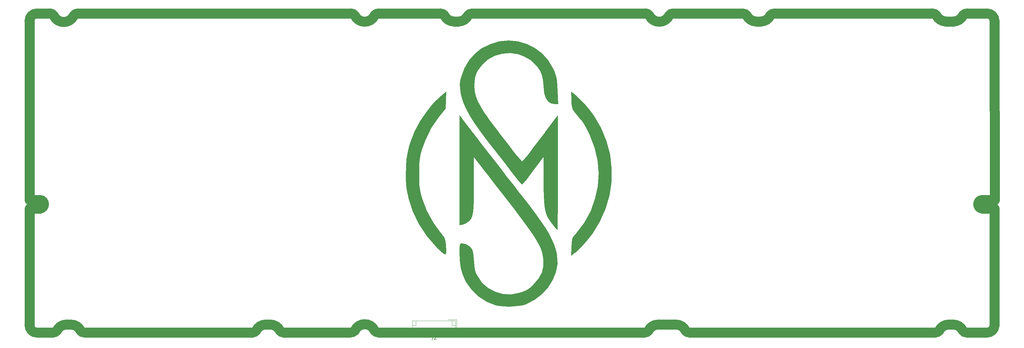
<source format=gbr>
%TF.GenerationSoftware,KiCad,Pcbnew,8.99.0-2230-g1cc11bc589*%
%TF.CreationDate,2024-09-07T17:33:40+07:00*%
%TF.ProjectId,Azimuth_PCB,417a696d-7574-4685-9f50-43422e6b6963,rev?*%
%TF.SameCoordinates,Original*%
%TF.FileFunction,Legend,Top*%
%TF.FilePolarity,Positive*%
%FSLAX46Y46*%
G04 Gerber Fmt 4.6, Leading zero omitted, Abs format (unit mm)*
G04 Created by KiCad (PCBNEW 8.99.0-2230-g1cc11bc589) date 2024-09-07 17:33:40*
%MOMM*%
%LPD*%
G01*
G04 APERTURE LIST*
%ADD10C,3.000000*%
%ADD11C,0.500000*%
%ADD12C,0.150000*%
%ADD13C,0.000000*%
%ADD14C,0.120000*%
G04 APERTURE END LIST*
D10*
X419268101Y-418797100D02*
G75*
G02*
X418094201Y-418221922I-200J1485105D01*
G01*
X232601710Y-418211987D02*
G75*
G02*
X235446496Y-416416939I2840932J-1350571D01*
G01*
X443104490Y-325184900D02*
G75*
G02*
X444278100Y-324609995I1173481J-910188D01*
G01*
X327584024Y-418796987D02*
G75*
G02*
X326334905Y-418198283I115070J1842492D01*
G01*
X407119664Y-418222143D02*
G75*
G02*
X409964450Y-416427094I2841061J-1350775D01*
G01*
X499940841Y-325171892D02*
G75*
G02*
X501114451Y-324596987I1173436J-910095D01*
G01*
X327584024Y-418796987D02*
X405946054Y-418797048D01*
X407119664Y-418222143D02*
G75*
G02*
X405946054Y-418797049I-1173471J910165D01*
G01*
X443104490Y-325184900D02*
G75*
G02*
X440259704Y-326979950I-2840901J1350520D01*
G01*
X353920506Y-325185098D02*
G75*
G02*
X351075720Y-326980147I-2841024J1350715D01*
G01*
X327455461Y-324607341D02*
X345738100Y-324599995D01*
X295569385Y-416419792D02*
G75*
G02*
X298414170Y-418214841I3683J-3145889D01*
G01*
X492881616Y-418211997D02*
G75*
G02*
X491708005Y-418786902I-1173483J910190D01*
G01*
X444278100Y-324609995D02*
X490878100Y-324586409D01*
X237583860Y-325266987D02*
G75*
G02*
X238791301Y-324596995I1187985J-717950D01*
G01*
X326346680Y-325191987D02*
G75*
G02*
X327455461Y-324607341I1098153J-738923D01*
G01*
X419268100Y-418796987D02*
X491708005Y-418786902D01*
X224521860Y-379653507D02*
X224521860Y-326793617D01*
X224521860Y-379653507D02*
X227558100Y-379653507D01*
X509221860Y-416609995D02*
X509221860Y-382152867D01*
X492881616Y-418211997D02*
G75*
G02*
X495726402Y-416416948I2841067J-1350784D01*
G01*
X236765394Y-416426887D02*
G75*
G02*
X239610179Y-418221936I3677J-3145898D01*
G01*
X291405701Y-418204892D02*
G75*
G02*
X290232091Y-418779797I-1173498J910221D01*
G01*
X406265905Y-324597537D02*
G75*
G02*
X407353800Y-325176672I20J-1311326D01*
G01*
X226771886Y-324601987D02*
X230502061Y-324596989D01*
X353920506Y-325185098D02*
G75*
G02*
X355094116Y-324610193I1173479J-910182D01*
G01*
X495726402Y-416416948D02*
X497045300Y-416426782D01*
X232601710Y-418211987D02*
G75*
G02*
X231428100Y-418786892I-1173472J910168D01*
G01*
X349756822Y-326970198D02*
X351075720Y-326980147D01*
X494896822Y-326956992D02*
G75*
G02*
X492052036Y-325161943I-3741J3145799D01*
G01*
D11*
X320451437Y-418231277D02*
X320451969Y-418231556D01*
D10*
X414357362Y-324607664D02*
X434922084Y-324599797D01*
X294250487Y-416409843D02*
X295569385Y-416419792D01*
X413263860Y-325186987D02*
G75*
G02*
X414357362Y-324607664I1088119J-732199D01*
G01*
X509221860Y-416609995D02*
G75*
G02*
X506971776Y-418801988I-2220995J29001D01*
G01*
X299588100Y-418789995D02*
X319035065Y-418786905D01*
X224521860Y-382152867D02*
X227570943Y-382152867D01*
X505662892Y-382152867D02*
G75*
G02*
X505631644Y-379653563I-18J1249847D01*
G01*
X226725339Y-418802109D02*
G75*
G02*
X224521859Y-416549367I17351J2220990D01*
G01*
X240784010Y-418797033D02*
G75*
G02*
X239610179Y-418221936I-226J1485041D01*
G01*
X438940806Y-326970000D02*
G75*
G02*
X436096020Y-325174951I-3659J3145929D01*
G01*
X240784010Y-418796768D02*
X272250250Y-418792374D01*
X299588100Y-418789995D02*
G75*
G02*
X298414171Y-418214841I-244J1485115D01*
G01*
X237583860Y-325266987D02*
G75*
G02*
X231673924Y-325256982I-2952600J1403855D01*
G01*
X320513860Y-418186987D02*
G75*
G02*
X319035065Y-418786905I-1364947J1242016D01*
G01*
X345738100Y-324599995D02*
G75*
G02*
X346912035Y-325175150I223J-1485169D01*
G01*
X494896822Y-326956992D02*
X497096055Y-326966941D01*
X349756822Y-326970198D02*
G75*
G02*
X346912035Y-325175149I-3739J3145803D01*
G01*
X509221859Y-326849134D02*
X509253860Y-379646987D01*
X224521860Y-416549367D02*
X224521860Y-382152867D01*
X507033862Y-324602039D02*
G75*
G02*
X509221858Y-326849134I-32965J-2220871D01*
G01*
X497045300Y-416426782D02*
G75*
G02*
X499890186Y-418221890I3678J-3146011D01*
G01*
X227558100Y-379653507D02*
G75*
G02*
X227570943Y-382152867I-24J-1249713D01*
G01*
X434922084Y-324599797D02*
G75*
G02*
X436096019Y-325174952I267J-1485079D01*
G01*
X226725339Y-418802109D02*
X231428100Y-418786892D01*
X230502061Y-324596989D02*
G75*
G02*
X231673853Y-325257021I1876J-1366860D01*
G01*
X499940841Y-325171892D02*
G75*
G02*
X497096055Y-326966941I-2841150J1350915D01*
G01*
X355094116Y-324610193D02*
X406265905Y-324597537D01*
X409964450Y-416427094D02*
X415249384Y-416426897D01*
X413263860Y-325186987D02*
G75*
G02*
X407353143Y-325177022I-2953000J1404099D01*
G01*
X415249384Y-416426897D02*
G75*
G02*
X418094169Y-418221946I3683J-3145889D01*
G01*
X320513860Y-418186987D02*
G75*
G02*
X326334906Y-418198282I2908000J-1305902D01*
G01*
X291405701Y-418204892D02*
G75*
G02*
X294250487Y-416409843I2841028J-1350723D01*
G01*
X505631644Y-379653564D02*
X509253860Y-379646987D01*
X326346680Y-325191987D02*
G75*
G02*
X320482433Y-325186468I-2930820J1388099D01*
G01*
X224521860Y-326793617D02*
G75*
G02*
X226771886Y-324601987I2220785J-29154D01*
G01*
X319394009Y-324606987D02*
G75*
G02*
X320481961Y-325186718I-84J-1310876D01*
G01*
X235446496Y-416416938D02*
X236765394Y-416426887D01*
X505662892Y-382152867D02*
X509221860Y-382152867D01*
X272250250Y-418792374D02*
X290232091Y-418779797D01*
X238791301Y-324596995D02*
X319394009Y-324606987D01*
X490878100Y-324586789D02*
G75*
G02*
X492052036Y-325161943I261J-1485092D01*
G01*
X501064016Y-418796987D02*
G75*
G02*
X499890186Y-418221890I-285J1484920D01*
G01*
X501114451Y-324596987D02*
X507033862Y-324602039D01*
X501064016Y-418797038D02*
X506971776Y-418801987D01*
X438940806Y-326970000D02*
X440259704Y-326979949D01*
D12*
X343506666Y-419814819D02*
X343506666Y-420529104D01*
X343506666Y-420529104D02*
X343459047Y-420671961D01*
X343459047Y-420671961D02*
X343363809Y-420767200D01*
X343363809Y-420767200D02*
X343220952Y-420814819D01*
X343220952Y-420814819D02*
X343125714Y-420814819D01*
X343935238Y-419910057D02*
X343982857Y-419862438D01*
X343982857Y-419862438D02*
X344078095Y-419814819D01*
X344078095Y-419814819D02*
X344316190Y-419814819D01*
X344316190Y-419814819D02*
X344411428Y-419862438D01*
X344411428Y-419862438D02*
X344459047Y-419910057D01*
X344459047Y-419910057D02*
X344506666Y-420005295D01*
X344506666Y-420005295D02*
X344506666Y-420100533D01*
X344506666Y-420100533D02*
X344459047Y-420243390D01*
X344459047Y-420243390D02*
X343887619Y-420814819D01*
X343887619Y-420814819D02*
X344506666Y-420814819D01*
D13*
%TO.C,G\u002A\u002A\u002A*%
G36*
X353188002Y-356970998D02*
G01*
X353983951Y-358019024D01*
X354656464Y-358898724D01*
X355112774Y-359489049D01*
X355243841Y-359653571D01*
X355492322Y-359968762D01*
X356056075Y-360694078D01*
X356881587Y-361760338D01*
X357915343Y-363098363D01*
X359103831Y-364638972D01*
X360038840Y-365852381D01*
X361625495Y-367907852D01*
X363450935Y-370265152D01*
X365380290Y-372750588D01*
X367278688Y-375190470D01*
X369011258Y-377411108D01*
X369430823Y-377947619D01*
X371759116Y-380952986D01*
X373722060Y-383560408D01*
X375353195Y-385826503D01*
X376686058Y-387807887D01*
X377754186Y-389561178D01*
X378591119Y-391142994D01*
X379230392Y-392609952D01*
X379705545Y-394018670D01*
X380050116Y-395425764D01*
X380172994Y-396082184D01*
X380293834Y-398513967D01*
X379863214Y-400943782D01*
X378929827Y-403295143D01*
X377542366Y-405491564D01*
X375749524Y-407456558D01*
X373599994Y-409113640D01*
X371142470Y-410386324D01*
X371040476Y-410427348D01*
X369759649Y-410775594D01*
X368087834Y-411005650D01*
X366228543Y-411110260D01*
X364385287Y-411082167D01*
X362761580Y-410914115D01*
X362000686Y-410749674D01*
X359394673Y-409720547D01*
X357030216Y-408197897D01*
X355003826Y-406262416D01*
X353412016Y-403994797D01*
X353026256Y-403246244D01*
X352246703Y-401373388D01*
X351741658Y-399544545D01*
X351468781Y-397550554D01*
X351385731Y-395182255D01*
X351385714Y-395142061D01*
X351391630Y-393865629D01*
X351431870Y-393076682D01*
X351540168Y-392657943D01*
X351750261Y-392492133D01*
X352095884Y-392461977D01*
X352156682Y-392461904D01*
X353333469Y-392709239D01*
X354412903Y-393351754D01*
X355123852Y-394205713D01*
X355329680Y-394880606D01*
X355513132Y-395964874D01*
X355643984Y-397263182D01*
X355672778Y-397753571D01*
X355771621Y-399211752D01*
X355940583Y-400279972D01*
X356229272Y-401172683D01*
X356673297Y-402078693D01*
X358094611Y-404092076D01*
X359886016Y-405667425D01*
X361971531Y-406775060D01*
X364275173Y-407385302D01*
X366720959Y-407468471D01*
X369232906Y-406994889D01*
X369247792Y-406990377D01*
X370430019Y-406589969D01*
X371338165Y-406144639D01*
X372184582Y-405521585D01*
X373181623Y-404588004D01*
X373337661Y-404432620D01*
X374773467Y-402756983D01*
X375674037Y-401076778D01*
X376092710Y-399248457D01*
X376082825Y-397128471D01*
X376076686Y-397061224D01*
X375949164Y-396073827D01*
X375735555Y-395104879D01*
X375405441Y-394104538D01*
X374928403Y-393022961D01*
X374274023Y-391810305D01*
X373411882Y-390416729D01*
X372311563Y-388792388D01*
X370942647Y-386887441D01*
X369274716Y-384652046D01*
X367277351Y-382036358D01*
X365519129Y-379761904D01*
X363955953Y-377746971D01*
X362415644Y-375761385D01*
X360963150Y-373888879D01*
X359663418Y-372213185D01*
X358581395Y-370818033D01*
X357782028Y-369787157D01*
X357578016Y-369523996D01*
X355619047Y-366996802D01*
X355619047Y-375203351D01*
X355613593Y-377854628D01*
X355590212Y-379974114D01*
X355538378Y-381634732D01*
X355447564Y-382909408D01*
X355307244Y-383871066D01*
X355106891Y-384592630D01*
X354835977Y-385147027D01*
X354483978Y-385607180D01*
X354055981Y-386031657D01*
X353210169Y-386587507D01*
X352353915Y-386901002D01*
X351385714Y-387094642D01*
X351385714Y-370842725D01*
X351385714Y-354590807D01*
X353188002Y-356970998D01*
G37*
G36*
X347412317Y-350165017D02*
G01*
X347303571Y-352723840D01*
X345398637Y-355091427D01*
X343105692Y-358419066D01*
X341282302Y-362105972D01*
X340303955Y-364860015D01*
X339975138Y-366013311D01*
X339749422Y-367028116D01*
X339608027Y-368068908D01*
X339532177Y-369300170D01*
X339503092Y-370886382D01*
X339500216Y-371900000D01*
X339512220Y-373729682D01*
X339560961Y-375120262D01*
X339665532Y-376237141D01*
X339845026Y-377245721D01*
X340118534Y-378311404D01*
X340318747Y-378991031D01*
X341753181Y-382752856D01*
X343698749Y-386326609D01*
X345473424Y-388823164D01*
X346319469Y-389906251D01*
X346857708Y-390693474D01*
X347165208Y-391355459D01*
X347319036Y-392062829D01*
X347396258Y-392986208D01*
X347402577Y-393094283D01*
X347470513Y-394465864D01*
X347445034Y-395340239D01*
X347263452Y-395730737D01*
X346863074Y-395650685D01*
X346181213Y-395113413D01*
X345155176Y-394132247D01*
X344687956Y-393671428D01*
X341796336Y-390415643D01*
X339439966Y-386882564D01*
X337604774Y-383047851D01*
X336383712Y-379305760D01*
X336026194Y-377825918D01*
X335789167Y-376494702D01*
X335648621Y-375103973D01*
X335580545Y-373445592D01*
X335564272Y-372202381D01*
X335595122Y-369768403D01*
X335743876Y-367717082D01*
X336041059Y-365832659D01*
X336517200Y-363899376D01*
X336933329Y-362526190D01*
X338117242Y-359507763D01*
X339706648Y-356488519D01*
X341604150Y-353613207D01*
X343712352Y-351026578D01*
X345933858Y-348873381D01*
X346346343Y-348536589D01*
X347521063Y-347606194D01*
X347412317Y-350165017D01*
G37*
G36*
X385516375Y-348586263D02*
G01*
X386809568Y-349742284D01*
X388246589Y-351241484D01*
X389666332Y-352904787D01*
X390907693Y-354553114D01*
X390984414Y-354664285D01*
X393136597Y-358320322D01*
X394738034Y-362167275D01*
X395789111Y-366148692D01*
X396290215Y-370208121D01*
X396241732Y-374289110D01*
X395644047Y-378335208D01*
X394497547Y-382289962D01*
X392802617Y-386096923D01*
X390746641Y-389438095D01*
X389085039Y-391600248D01*
X387332271Y-393547352D01*
X385637336Y-395115424D01*
X385453656Y-395263410D01*
X384278936Y-396193806D01*
X384387682Y-393602473D01*
X384452481Y-392333888D01*
X384560807Y-391480788D01*
X384777342Y-390854269D01*
X385166770Y-390265424D01*
X385777259Y-389544261D01*
X388182314Y-386348795D01*
X390052437Y-382916001D01*
X391382774Y-379299681D01*
X392168471Y-375553633D01*
X392404674Y-371731658D01*
X392086528Y-367887555D01*
X391209179Y-364075124D01*
X389767774Y-360348164D01*
X388610619Y-358141666D01*
X388022876Y-357167073D01*
X387504364Y-356373491D01*
X387175091Y-355941904D01*
X386781064Y-355505396D01*
X386161820Y-354779401D01*
X385644455Y-354155720D01*
X385081137Y-353435009D01*
X384732764Y-352831361D01*
X384538825Y-352153378D01*
X384438806Y-351209663D01*
X384387682Y-350180603D01*
X384278936Y-347606194D01*
X385516375Y-348586263D01*
G37*
G36*
X368566288Y-332822814D02*
G01*
X371164189Y-333558836D01*
X373585884Y-334761859D01*
X375761276Y-336410206D01*
X377620271Y-338482200D01*
X379092773Y-340956163D01*
X379401908Y-341658277D01*
X379758885Y-342607939D01*
X380005810Y-343516654D01*
X380169438Y-344549112D01*
X380276524Y-345870005D01*
X380348150Y-347482738D01*
X380485794Y-351338095D01*
X379708315Y-351338095D01*
X378452057Y-351159245D01*
X377502139Y-350590721D01*
X376825471Y-349584566D01*
X376388966Y-348092821D01*
X376168203Y-346207104D01*
X375980554Y-344286619D01*
X375661899Y-342798524D01*
X375151478Y-341574539D01*
X374388528Y-340446387D01*
X373868565Y-339838147D01*
X372252364Y-338333088D01*
X370461442Y-337273515D01*
X368754803Y-336654430D01*
X366445394Y-336276279D01*
X364126522Y-336432139D01*
X361899511Y-337076970D01*
X359865683Y-338165731D01*
X358126363Y-339653382D01*
X356782874Y-341494884D01*
X356469477Y-342115476D01*
X356056017Y-343222503D01*
X355849149Y-344389202D01*
X355801849Y-345881848D01*
X355801981Y-345895238D01*
X355908519Y-347494936D01*
X356228856Y-348988597D01*
X356815605Y-350518528D01*
X357721379Y-352227035D01*
X358757645Y-353889557D01*
X359314279Y-354700183D01*
X360124511Y-355823434D01*
X361132097Y-357186375D01*
X362280793Y-358716069D01*
X363514358Y-360339580D01*
X364776547Y-361983972D01*
X366011117Y-363576309D01*
X367161824Y-365043654D01*
X368172427Y-366313071D01*
X368986680Y-367311625D01*
X369548341Y-367966379D01*
X369795176Y-368203002D01*
X369947574Y-368148639D01*
X370232189Y-367889305D01*
X370680673Y-367385185D01*
X371324676Y-366596461D01*
X372195849Y-365483317D01*
X373325843Y-364005938D01*
X374746311Y-362124506D01*
X376488902Y-359799205D01*
X376698354Y-359518974D01*
X380414285Y-354546282D01*
X380414285Y-371538617D01*
X380412304Y-374681417D01*
X380406603Y-377635823D01*
X380397546Y-380347830D01*
X380385500Y-382763435D01*
X380370828Y-384828633D01*
X380353895Y-386489423D01*
X380335065Y-387691798D01*
X380314705Y-388381758D01*
X380299520Y-388530952D01*
X380063512Y-388315608D01*
X379577386Y-387761127D01*
X379154665Y-387245833D01*
X378316379Y-386160201D01*
X377651387Y-385168207D01*
X377139837Y-384180660D01*
X376761880Y-383108371D01*
X376497665Y-381862149D01*
X376327340Y-380352804D01*
X376231055Y-378491146D01*
X376188959Y-376187984D01*
X376180952Y-373884805D01*
X376180952Y-366925241D01*
X373174145Y-371000120D01*
X372159586Y-372351780D01*
X371254493Y-373513909D01*
X370524266Y-374405966D01*
X370034305Y-374947410D01*
X369865260Y-375075000D01*
X369586633Y-374846966D01*
X369014037Y-374217407D01*
X368216988Y-373268135D01*
X367265003Y-372080961D01*
X366653550Y-371295238D01*
X365403404Y-369674201D01*
X364044711Y-367917307D01*
X362726971Y-366217587D01*
X361599679Y-364768072D01*
X361420172Y-364537918D01*
X359124586Y-361551899D01*
X357206916Y-358951494D01*
X355633488Y-356679229D01*
X354370625Y-354677626D01*
X353384654Y-352889211D01*
X352641898Y-351256508D01*
X352108682Y-349722040D01*
X351751332Y-348228332D01*
X351701585Y-347950549D01*
X351507240Y-346641088D01*
X351459426Y-345648547D01*
X351565015Y-344701429D01*
X351811564Y-343604843D01*
X352807088Y-340776829D01*
X354273470Y-338301947D01*
X356185510Y-336216391D01*
X357814532Y-334982287D01*
X360416303Y-333633530D01*
X363122249Y-332838484D01*
X365862277Y-332575471D01*
X368566288Y-332822814D01*
G37*
D14*
%TO.C,J2*%
X337480000Y-415250000D02*
X337480000Y-419270000D01*
X337480000Y-416750000D02*
X338480000Y-416750000D01*
X337480000Y-419270000D02*
X350200000Y-419270000D01*
X337980000Y-417560000D02*
X337480000Y-417560000D01*
X337980000Y-418770000D02*
X337980000Y-417560000D01*
X338480000Y-416750000D02*
X338480000Y-415250000D01*
X349200000Y-416750000D02*
X349200000Y-415250000D01*
X349700000Y-417560000D02*
X349700000Y-418770000D01*
X349700000Y-418770000D02*
X337980000Y-418770000D01*
X350200000Y-415250000D02*
X337480000Y-415250000D01*
X350200000Y-416750000D02*
X349200000Y-416750000D01*
X350200000Y-417560000D02*
X349700000Y-417560000D01*
X350200000Y-419270000D02*
X350200000Y-415250000D01*
X350500000Y-414950000D02*
X348000000Y-414950000D01*
X350500000Y-417450000D02*
X350500000Y-414950000D01*
%TD*%
M02*

</source>
